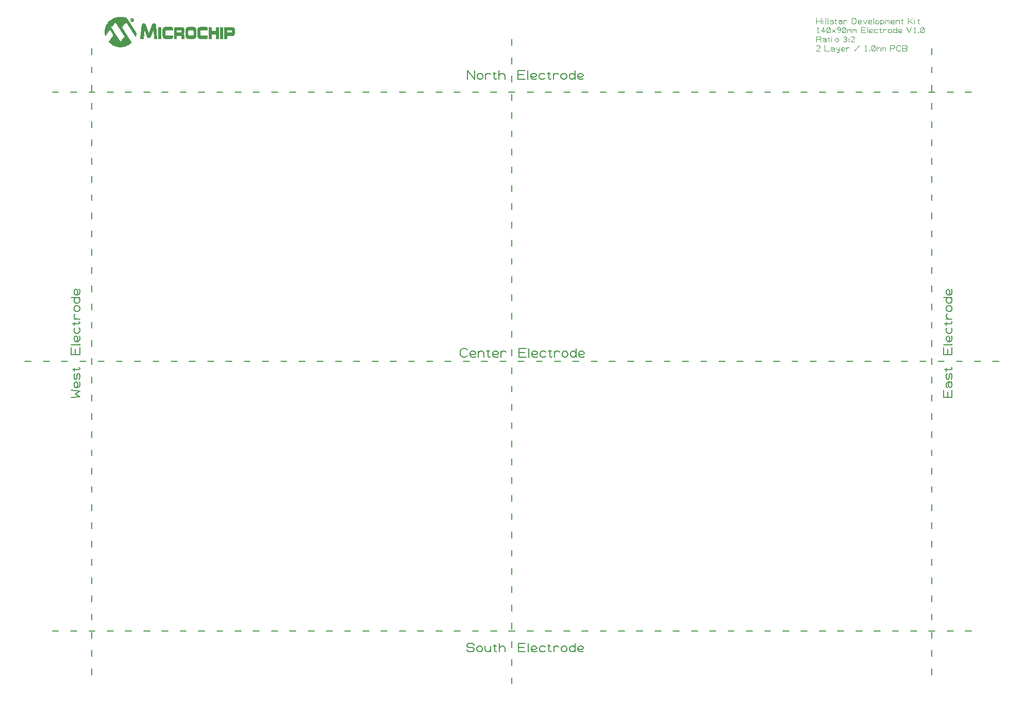
<source format=gbr>
G04 GENERATED BY PULSONIX 7.0 GERBER.DLL 4573*
%INHILLSTAR_140X90_EL_V1_0*%
%LNGERBER_SILKSCREEN_TOP*%
%FSLAX33Y33*%
%IPPOS*%
%LPD*%
%OFA0B0*%
%MOMM*%
%ADD15C,0.125*%
%ADD17C,0.200*%
%ADD1845C,0.010*%
X0Y0D02*
D02*
D15*
X181416Y182108D02*
X181416Y182990D01*
Y182549D02*
X182151Y182549D01*
Y182108D02*
X182151Y182990D01*
X182428Y182108D02*
X182428Y182696D01*
Y182916D02*
X182429Y182917D01*
X183039Y182108D02*
X182966Y182108D01*
Y182990*
X183352Y182108D02*
X183278Y182108D01*
Y182990*
X183591Y182181D02*
X183738Y182108D01*
X184032*
X184179Y182181*
Y182328*
X184032Y182402*
X183738*
X183591Y182475*
Y182622*
X183738Y182696*
X184032*
X184179Y182622*
X184441Y182696D02*
X184735Y182696D01*
X184588Y182843D02*
X184588Y182181D01*
X184661Y182108*
X184735*
X184808Y182181*
X185066Y182622D02*
X185213Y182696D01*
X185433*
X185580Y182622*
X185654Y182475*
Y182255*
X185580Y182181*
X185433Y182108*
X185286*
X185139Y182181*
X185066Y182255*
Y182328*
X185139Y182402*
X185286Y182475*
X185433*
X185580Y182402*
X185654Y182328*
Y182255D02*
X185654Y182108D01*
X185916D02*
X185916Y182696D01*
Y182475D02*
X185989Y182622D01*
X186136Y182696*
X186283*
X186430Y182622*
X187228Y182108D02*
X187228Y182990D01*
X187669*
X187816Y182916*
X187890Y182843*
X187963Y182696*
Y182402*
X187890Y182255*
X187816Y182181*
X187669Y182108*
X187228*
X188829Y182181D02*
X188755Y182108D01*
X188608*
X188461*
X188314Y182181*
X188241Y182328*
Y182549*
X188314Y182622*
X188461Y182696*
X188608*
X188755Y182622*
X188829Y182549*
Y182475*
X188755Y182402*
X188608Y182328*
X188461*
X188314Y182402*
X188241Y182475*
X189091Y182696D02*
X189385Y182108D01*
X189679Y182696*
X190529Y182181D02*
X190455Y182108D01*
X190308*
X190161*
X190014Y182181*
X189941Y182328*
Y182549*
X190014Y182622*
X190161Y182696*
X190308*
X190455Y182622*
X190529Y182549*
Y182475*
X190455Y182402*
X190308Y182328*
X190161*
X190014Y182402*
X189941Y182475*
X190864Y182108D02*
X190791Y182108D01*
Y182990*
X191103Y182328D02*
X191177Y182181D01*
X191324Y182108*
X191471*
X191618Y182181*
X191691Y182328*
Y182475*
X191618Y182622*
X191471Y182696*
X191324*
X191177Y182622*
X191103Y182475*
Y182328*
X191953Y182696D02*
X191953Y181887D01*
Y182328D02*
X192027Y182181D01*
X192174Y182108*
X192321*
X192468Y182181*
X192541Y182328*
Y182475*
X192468Y182622*
X192321Y182696*
X192174*
X192027Y182622*
X191953Y182475*
Y182328*
X192803Y182108D02*
X192803Y182696D01*
Y182622D02*
X192877Y182696D01*
X193024*
X193097Y182622*
Y182402*
Y182622D02*
X193171Y182696D01*
X193318*
X193391Y182622*
Y182108*
X194241Y182181D02*
X194168Y182108D01*
X194021*
X193874*
X193727Y182181*
X193653Y182328*
Y182549*
X193727Y182622*
X193874Y182696*
X194021*
X194168Y182622*
X194241Y182549*
Y182475*
X194168Y182402*
X194021Y182328*
X193874*
X193727Y182402*
X193653Y182475*
X194503Y182108D02*
X194503Y182696D01*
Y182475D02*
X194577Y182622D01*
X194724Y182696*
X194871*
X195018Y182622*
X195091Y182475*
Y182108*
X195353Y182696D02*
X195647Y182696D01*
X195500Y182843D02*
X195500Y182181D01*
X195574Y182108*
X195647*
X195721Y182181*
X196516Y182108D02*
X196516Y182990D01*
Y182549D02*
X196736Y182549D01*
X197251Y182990*
X196736Y182549D02*
X197251Y182108D01*
X197528D02*
X197528Y182696D01*
Y182916D02*
X197529Y182917D01*
X198066Y182696D02*
X198360Y182696D01*
X198213Y182843D02*
X198213Y182181D01*
X198286Y182108*
X198360*
X198433Y182181*
X181563Y180608D02*
X181857Y180608D01*
X181710D02*
X181710Y181490D01*
X181563Y181343*
X182633Y180608D02*
X182633Y181490D01*
X182266Y180902*
X182854*
X183189Y180681D02*
X183336Y180608D01*
X183483*
X183630Y180681*
X183704Y180828*
Y181269*
X183630Y181416*
X183483Y181490*
X183336*
X183189Y181416*
X183116Y181269*
Y180828*
X183189Y180681*
X183630Y181416*
X183966Y180608D02*
X184554Y181196D01*
Y180608D02*
X183966Y181196D01*
X185036Y180608D02*
X185183Y180681D01*
X185330Y180828*
X185404Y181049*
Y181269*
X185330Y181416*
X185183Y181490*
X185036*
X184889Y181416*
X184816Y181269*
X184889Y181122*
X185036Y181049*
X185183*
X185330Y181122*
X185404Y181269*
X185739Y180681D02*
X185886Y180608D01*
X186033*
X186180Y180681*
X186254Y180828*
Y181269*
X186180Y181416*
X186033Y181490*
X185886*
X185739Y181416*
X185666Y181269*
Y180828*
X185739Y180681*
X186180Y181416*
X186516Y180608D02*
X186516Y181196D01*
Y181122D02*
X186589Y181196D01*
X186736*
X186810Y181122*
Y180902*
Y181122D02*
X186883Y181196D01*
X187030*
X187104Y181122*
Y180608*
X187366D02*
X187366Y181196D01*
Y181122D02*
X187439Y181196D01*
X187586*
X187660Y181122*
Y180902*
Y181122D02*
X187733Y181196D01*
X187880*
X187954Y181122*
Y180608*
X188753D02*
X188753Y181490D01*
X189488*
X189341Y181049D02*
X188753Y181049D01*
Y180608D02*
X189488Y180608D01*
X189839D02*
X189766Y180608D01*
Y181490*
X190666Y180681D02*
X190593Y180608D01*
X190446*
X190299*
X190152Y180681*
X190078Y180828*
Y181049*
X190152Y181122*
X190299Y181196*
X190446*
X190593Y181122*
X190666Y181049*
Y180975*
X190593Y180902*
X190446Y180828*
X190299*
X190152Y180902*
X190078Y180975*
X191516Y181122D02*
X191369Y181196D01*
X191149*
X191002Y181122*
X190928Y180975*
Y180828*
X191002Y180681*
X191149Y180608*
X191369*
X191516Y180681*
X191778Y181196D02*
X192072Y181196D01*
X191925Y181343D02*
X191925Y180681D01*
X191999Y180608*
X192072*
X192146Y180681*
X192403Y180608D02*
X192403Y181196D01*
Y180975D02*
X192477Y181122D01*
X192624Y181196*
X192771*
X192918Y181122*
X193178Y180828D02*
X193252Y180681D01*
X193399Y180608*
X193546*
X193693Y180681*
X193766Y180828*
Y180975*
X193693Y181122*
X193546Y181196*
X193399*
X193252Y181122*
X193178Y180975*
Y180828*
X194616Y180975D02*
X194543Y181122D01*
X194396Y181196*
X194249*
X194102Y181122*
X194028Y180975*
Y180828*
X194102Y180681*
X194249Y180608*
X194396*
X194543Y180681*
X194616Y180828*
Y180608D02*
X194616Y181490D01*
X195466Y180681D02*
X195393Y180608D01*
X195246*
X195099*
X194952Y180681*
X194878Y180828*
Y181049*
X194952Y181122*
X195099Y181196*
X195246*
X195393Y181122*
X195466Y181049*
Y180975*
X195393Y180902*
X195246Y180828*
X195099*
X194952Y180902*
X194878Y180975*
X196266Y181490D02*
X196633Y180608D01*
X197001Y181490*
X197425Y180608D02*
X197719Y180608D01*
X197572D02*
X197572Y181490D01*
X197425Y181343*
X198202Y180608D02*
X198275Y180681D01*
X198202Y180755*
X198128Y180681*
X198202Y180608*
X198589Y180681D02*
X198736Y180608D01*
X198883*
X199030Y180681*
X199104Y180828*
Y181269*
X199030Y181416*
X198883Y181490*
X198736*
X198589Y181416*
X198516Y181269*
Y180828*
X198589Y180681*
X199030Y181416*
X181416Y179108D02*
X181416Y179990D01*
X181930*
X182077Y179916*
X182151Y179769*
X182077Y179622*
X181930Y179549*
X181416*
X181930D02*
X182151Y179108D01*
X182428Y179622D02*
X182575Y179696D01*
X182796*
X182943Y179622*
X183016Y179475*
Y179255*
X182943Y179181*
X182796Y179108*
X182649*
X182502Y179181*
X182428Y179255*
Y179328*
X182502Y179402*
X182649Y179475*
X182796*
X182943Y179402*
X183016Y179328*
Y179255D02*
X183016Y179108D01*
X183278Y179696D02*
X183572Y179696D01*
X183425Y179843D02*
X183425Y179181D01*
X183499Y179108*
X183572*
X183646Y179181*
X183903Y179108D02*
X183903Y179696D01*
Y179916D02*
X183904Y179917D01*
X184441Y179328D02*
X184514Y179181D01*
X184661Y179108*
X184808*
X184955Y179181*
X185029Y179328*
Y179475*
X184955Y179622*
X184808Y179696*
X184661*
X184514Y179622*
X184441Y179475*
Y179328*
X185902Y179181D02*
X186049Y179108D01*
X186196*
X186343Y179181*
X186416Y179328*
X186343Y179475*
X186196Y179549*
X186049*
X186196D02*
X186343Y179622D01*
X186416Y179769*
X186343Y179916*
X186196Y179990*
X186049*
X185902Y179916*
X186752Y179108D02*
X186825Y179181D01*
X186752Y179255*
X186678Y179181*
X186752Y179108*
Y179475D02*
X186825Y179549D01*
X186752Y179622*
X186678Y179549*
X186752Y179475*
X187654Y179108D02*
X187066Y179108D01*
X187580Y179622*
X187654Y179769*
X187580Y179916*
X187433Y179990*
X187213*
X187066Y179916*
X182004Y177608D02*
X181416Y177608D01*
X181930Y178122*
X182004Y178269*
X181930Y178416*
X181783Y178490*
X181563*
X181416Y178416*
X182803Y178490D02*
X182803Y177608D01*
X183538*
X183816Y178122D02*
X183963Y178196D01*
X184183*
X184330Y178122*
X184404Y177975*
Y177755*
X184330Y177681*
X184183Y177608*
X184036*
X183889Y177681*
X183816Y177755*
Y177828*
X183889Y177902*
X184036Y177975*
X184183*
X184330Y177902*
X184404Y177828*
Y177755D02*
X184404Y177608D01*
X184666Y178196D02*
X184739Y177902D01*
X184886Y177755*
X185033*
X185180Y177902*
X185254Y178196*
X185180Y177902D02*
X185107Y177608D01*
X185033Y177461*
X184886Y177387*
X184739Y177461*
X186104Y177681D02*
X186030Y177608D01*
X185883*
X185736*
X185589Y177681*
X185516Y177828*
Y178049*
X185589Y178122*
X185736Y178196*
X185883*
X186030Y178122*
X186104Y178049*
Y177975*
X186030Y177902*
X185883Y177828*
X185736*
X185589Y177902*
X185516Y177975*
X186366Y177608D02*
X186366Y178196D01*
Y177975D02*
X186439Y178122D01*
X186586Y178196*
X186733*
X186880Y178122*
X187678Y177608D02*
X188413Y178490D01*
X189375Y177608D02*
X189669Y177608D01*
X189522D02*
X189522Y178490D01*
X189375Y178343*
X190152Y177608D02*
X190225Y177681D01*
X190152Y177755*
X190078Y177681*
X190152Y177608*
X190539Y177681D02*
X190686Y177608D01*
X190833*
X190980Y177681*
X191054Y177828*
Y178269*
X190980Y178416*
X190833Y178490*
X190686*
X190539Y178416*
X190466Y178269*
Y177828*
X190539Y177681*
X190980Y178416*
X191316Y177608D02*
X191316Y178196D01*
Y178122D02*
X191389Y178196D01*
X191536*
X191610Y178122*
Y177902*
Y178122D02*
X191683Y178196D01*
X191830*
X191904Y178122*
Y177608*
X192166D02*
X192166Y178196D01*
Y178122D02*
X192239Y178196D01*
X192386*
X192460Y178122*
Y177902*
Y178122D02*
X192533Y178196D01*
X192680*
X192754Y178122*
Y177608*
X193553D02*
X193553Y178490D01*
X194068*
X194215Y178416*
X194288Y178269*
X194215Y178122*
X194068Y178049*
X193553*
X195301Y177755D02*
X195227Y177681D01*
X195080Y177608*
X194860*
X194713Y177681*
X194639Y177755*
X194566Y177902*
Y178196*
X194639Y178343*
X194713Y178416*
X194860Y178490*
X195080*
X195227Y178416*
X195301Y178343*
X196093Y178049D02*
X196240Y177975D01*
X196313Y177828*
X196240Y177681*
X196093Y177608*
X195578*
Y178490*
X196093*
X196240Y178416*
X196313Y178269*
X196240Y178122*
X196093Y178049*
X195578*
D02*
D17*
X51416Y126512D02*
X52416D01*
X54416D02*
X55416D01*
X57416D02*
X58416D01*
X60416D02*
X61416D01*
X63416D02*
X64416D01*
X66416D02*
X67416D01*
X69416D02*
X70416D01*
X72416D02*
X73416D01*
X75416D02*
X76416D01*
X78416D02*
X79416D01*
X81416D02*
X82416D01*
X84416D02*
X85416D01*
X87416D02*
X88416D01*
X90416D02*
X91416D01*
X93416D02*
X94416D01*
X96416D02*
X97416D01*
X99416D02*
X100416D01*
X102416D02*
X103416D01*
X105416D02*
X106416D01*
X108416D02*
X109416D01*
X111416D02*
X112416D01*
X114416D02*
X115416D01*
X117416D02*
X118416D01*
X120416D02*
X121416D01*
X123416D02*
X124416D01*
X126416D02*
X127416D01*
X129416D02*
X130416D01*
X132416D02*
X133416D01*
X135416D02*
X136416D01*
X138416D02*
X139416D01*
X141416D02*
X142416D01*
X144416D02*
X145416D01*
X147416D02*
X148416D01*
X150416D02*
X151416D01*
X153416D02*
X154416D01*
X156416D02*
X157416D01*
X159416D02*
X160416D01*
X162416D02*
X163416D01*
X165416D02*
X166416D01*
X168416D02*
X169416D01*
X171416D02*
X172416D01*
X174416D02*
X175416D01*
X177416D02*
X178416D01*
X180416D02*
X181416D01*
X183416D02*
X184416D01*
X186416D02*
X187416D01*
X189416D02*
X190416D01*
X192416D02*
X193416D01*
X195416D02*
X196416D01*
X198416D02*
X199416D01*
X201416D02*
X202416D01*
X204416D02*
X205416D01*
X207416D02*
X208416D01*
X210416D02*
X211416D01*
X55916Y82177D02*
X56916D01*
X58916D02*
X59916D01*
X61916D02*
X62916D01*
X64916D02*
X65916D01*
X67916D02*
X68916D01*
X70916D02*
X71916D01*
X73916D02*
X74916D01*
X76916D02*
X77916D01*
X79916D02*
X80916D01*
X82916D02*
X83916D01*
X85916D02*
X86916D01*
X88916D02*
X89916D01*
X91916D02*
X92916D01*
X94916D02*
X95916D01*
X97916D02*
X98916D01*
X100916D02*
X101916D01*
X103916D02*
X104916D01*
X106916D02*
X107916D01*
X109916D02*
X110916D01*
X112916D02*
X113916D01*
X115916D02*
X116916D01*
X118916D02*
X119916D01*
X121916D02*
X122916D01*
X124916D02*
X125916D01*
X127916D02*
X128916D01*
X130916D02*
X131916D01*
X133916D02*
X134916D01*
X136916D02*
X137916D01*
X139916D02*
X140916D01*
X142916D02*
X143916D01*
X145916D02*
X146916D01*
X148916D02*
X149916D01*
X151916D02*
X152916D01*
X154916D02*
X155916D01*
X157916D02*
X158916D01*
X160916D02*
X161916D01*
X163916D02*
X164916D01*
X166916D02*
X167916D01*
X169916D02*
X170916D01*
X172916D02*
X173916D01*
X175916D02*
X176916D01*
X178916D02*
X179916D01*
X181916D02*
X182916D01*
X184916D02*
X185916D01*
X187916D02*
X188916D01*
X190916D02*
X191916D01*
X193916D02*
X194916D01*
X196916D02*
X197916D01*
X199916D02*
X200916D01*
X202916D02*
X203916D01*
X205916D02*
X206916D01*
X55916Y170847D02*
X56916D01*
X58916D02*
X59916D01*
X61916D02*
X62916D01*
X64916D02*
X65916D01*
X67916D02*
X68916D01*
X70916D02*
X71916D01*
X73916D02*
X74916D01*
X76916D02*
X77916D01*
X79916D02*
X80916D01*
X82916D02*
X83916D01*
X85916D02*
X86916D01*
X88916D02*
X89916D01*
X91916D02*
X92916D01*
X94916D02*
X95916D01*
X97916D02*
X98916D01*
X100916D02*
X101916D01*
X103916D02*
X104916D01*
X106916D02*
X107916D01*
X109916D02*
X110916D01*
X112916D02*
X113916D01*
X115916D02*
X116916D01*
X118916D02*
X119916D01*
X121916D02*
X122916D01*
X124916D02*
X125916D01*
X127916D02*
X128916D01*
X130916D02*
X131916D01*
X133916D02*
X134916D01*
X136916D02*
X137916D01*
X139916D02*
X140916D01*
X142916D02*
X143916D01*
X145916D02*
X146916D01*
X148916D02*
X149916D01*
X151916D02*
X152916D01*
X154916D02*
X155916D01*
X157916D02*
X158916D01*
X160916D02*
X161916D01*
X163916D02*
X164916D01*
X166916D02*
X167916D01*
X169916D02*
X170916D01*
X172916D02*
X173916D01*
X175916D02*
X176916D01*
X178916D02*
X179916D01*
X181916D02*
X182916D01*
X184916D02*
X185916D01*
X187916D02*
X188916D01*
X190916D02*
X191916D01*
X193916D02*
X194916D01*
X196916D02*
X197916D01*
X199916D02*
X200916D01*
X202916D02*
X203916D01*
X205916D02*
X206916D01*
X59001Y120602D02*
X60413Y120720D01*
X59707Y121190*
X60413Y121661*
X59001Y121778*
X60295Y123163D02*
X60413Y123046D01*
Y122810*
Y122575*
X60295Y122340*
X60060Y122222*
X59707*
X59589Y122340*
X59472Y122575*
Y122810*
X59589Y123046*
X59707Y123163*
X59824*
X59942Y123046*
X60060Y122810*
Y122575*
X59942Y122340*
X59824Y122222*
X60295Y123582D02*
X60413Y123817D01*
Y124288*
X60295Y124523*
X60060*
X59942Y124288*
Y123817*
X59824Y123582*
X59589*
X59472Y123817*
Y124288*
X59589Y124523*
X59472Y124942D02*
X59472Y125413D01*
X59236Y125177D02*
X60295Y125177D01*
X60413Y125295*
Y125413*
X60295Y125530*
X60413Y127662D02*
X59001Y127662D01*
Y128838*
X59707Y128603D02*
X59707Y127662D01*
X60413D02*
X60413Y128838D01*
Y129400D02*
X60413Y129282D01*
X59001*
X60295Y130723D02*
X60413Y130606D01*
Y130370*
Y130135*
X60295Y129900*
X60060Y129782*
X59707*
X59589Y129900*
X59472Y130135*
Y130370*
X59589Y130606*
X59707Y130723*
X59824*
X59942Y130606*
X60060Y130370*
Y130135*
X59942Y129900*
X59824Y129782*
X59589Y132083D02*
X59472Y131848D01*
Y131495*
X59589Y131260*
X59824Y131142*
X60060*
X60295Y131260*
X60413Y131495*
Y131848*
X60295Y132083*
X59472Y132502D02*
X59472Y132973D01*
X59236Y132737D02*
X60295Y132737D01*
X60413Y132855*
Y132973*
X60295Y133090*
X60413Y133502D02*
X59472Y133502D01*
X59824D02*
X59589Y133620D01*
X59472Y133855*
Y134090*
X59589Y134326*
X60060Y134742D02*
X60295Y134860D01*
X60413Y135095*
Y135330*
X60295Y135566*
X60060Y135683*
X59824*
X59589Y135566*
X59472Y135330*
Y135095*
X59589Y134860*
X59824Y134742*
X60060*
X59824Y137043D02*
X59589Y136926D01*
X59472Y136690*
Y136455*
X59589Y136220*
X59824Y136102*
X60060*
X60295Y136220*
X60413Y136455*
Y136690*
X60295Y136926*
X60060Y137043*
X60413D02*
X59001Y137043D01*
X60295Y138403D02*
X60413Y138286D01*
Y138050*
Y137815*
X60295Y137580*
X60060Y137462*
X59707*
X59589Y137580*
X59472Y137815*
Y138050*
X59589Y138286*
X59707Y138403*
X59824*
X59942Y138286*
X60060Y138050*
Y137815*
X59942Y137580*
X59824Y137462*
X62416Y75012D02*
Y76012D01*
Y78012D02*
Y79012D01*
Y81012D02*
Y82012D01*
Y84012D02*
Y85012D01*
Y87012D02*
Y88012D01*
Y90012D02*
Y91012D01*
Y93012D02*
Y94012D01*
Y96012D02*
Y97012D01*
Y99012D02*
Y100012D01*
Y102012D02*
Y103012D01*
Y105012D02*
Y106012D01*
Y108012D02*
Y109012D01*
Y111012D02*
Y112012D01*
Y114012D02*
Y115012D01*
Y117012D02*
Y118012D01*
Y120012D02*
Y121012D01*
Y123012D02*
Y124012D01*
Y126012D02*
Y127012D01*
Y129012D02*
Y130012D01*
Y132012D02*
Y133012D01*
Y135012D02*
Y136012D01*
Y138012D02*
Y139012D01*
Y141012D02*
Y142012D01*
Y144012D02*
Y145012D01*
Y147012D02*
Y148012D01*
Y150012D02*
Y151012D01*
Y153012D02*
Y154012D01*
Y156012D02*
Y157012D01*
Y159012D02*
Y160012D01*
Y162012D02*
Y163012D01*
Y165012D02*
Y166012D01*
Y168012D02*
Y169012D01*
Y171012D02*
Y172012D01*
Y174012D02*
Y175012D01*
Y177012D02*
Y178012D01*
X131416Y73512D02*
Y74512D01*
Y76512D02*
Y77512D01*
Y79512D02*
Y80512D01*
Y82512D02*
Y83512D01*
Y85512D02*
Y86512D01*
Y88512D02*
Y89512D01*
Y91512D02*
Y92512D01*
Y94512D02*
Y95512D01*
Y97512D02*
Y98512D01*
Y100512D02*
Y101512D01*
Y103512D02*
Y104512D01*
Y106512D02*
Y107512D01*
Y109512D02*
Y110512D01*
Y112512D02*
Y113512D01*
Y115512D02*
Y116512D01*
Y118512D02*
Y119512D01*
Y121512D02*
Y122512D01*
Y124512D02*
Y125512D01*
Y127512D02*
Y128512D01*
Y130512D02*
Y131512D01*
Y133512D02*
Y134512D01*
Y136512D02*
Y137512D01*
Y139512D02*
Y140512D01*
Y142512D02*
Y143512D01*
Y145512D02*
Y146512D01*
Y148512D02*
Y149512D01*
Y151512D02*
Y152512D01*
Y154512D02*
Y155512D01*
Y157512D02*
Y158512D01*
Y160512D02*
Y161512D01*
Y163512D02*
Y164512D01*
Y166512D02*
Y167512D01*
Y169512D02*
Y170512D01*
Y172512D02*
Y173512D01*
Y175512D02*
Y176512D01*
Y178512D02*
Y179512D01*
X124082Y127500D02*
X123964Y127383D01*
X123729Y127265*
X123376*
X123141Y127383*
X123023Y127500*
X122906Y127736*
Y128206*
X123023Y128441*
X123141Y128559*
X123376Y128677*
X123729*
X123964Y128559*
X124082Y128441*
X125467Y127383D02*
X125349Y127265D01*
X125114*
X124879*
X124643Y127383*
X124526Y127618*
Y127971*
X124643Y128088*
X124879Y128206*
X125114*
X125349Y128088*
X125467Y127971*
Y127853*
X125349Y127736*
X125114Y127618*
X124879*
X124643Y127736*
X124526Y127853*
X125886Y127265D02*
X125886Y128206D01*
Y127853D02*
X126003Y128088D01*
X126239Y128206*
X126474*
X126709Y128088*
X126827Y127853*
Y127265*
X127246Y128206D02*
X127716Y128206D01*
X127481Y128441D02*
X127481Y127383D01*
X127599Y127265*
X127716*
X127834Y127383*
X129187D02*
X129069Y127265D01*
X128834*
X128599*
X128363Y127383*
X128246Y127618*
Y127971*
X128363Y128088*
X128599Y128206*
X128834*
X129069Y128088*
X129187Y127971*
Y127853*
X129069Y127736*
X128834Y127618*
X128599*
X128363Y127736*
X128246Y127853*
X129606Y127265D02*
X129606Y128206D01*
Y127853D02*
X129723Y128088D01*
X129959Y128206*
X130194*
X130429Y128088*
X132566Y127265D02*
X132566Y128677D01*
X133742*
X133507Y127971D02*
X132566Y127971D01*
Y127265D02*
X133742Y127265D01*
X134303D02*
X134186Y127265D01*
Y128677*
X135627Y127383D02*
X135509Y127265D01*
X135274*
X135039*
X134803Y127383*
X134686Y127618*
Y127971*
X134803Y128088*
X135039Y128206*
X135274*
X135509Y128088*
X135627Y127971*
Y127853*
X135509Y127736*
X135274Y127618*
X135039*
X134803Y127736*
X134686Y127853*
X136987Y128088D02*
X136752Y128206D01*
X136399*
X136163Y128088*
X136046Y127853*
Y127618*
X136163Y127383*
X136399Y127265*
X136752*
X136987Y127383*
X137406Y128206D02*
X137876Y128206D01*
X137641Y128441D02*
X137641Y127383D01*
X137759Y127265*
X137876*
X137994Y127383*
X138406Y127265D02*
X138406Y128206D01*
Y127853D02*
X138523Y128088D01*
X138759Y128206*
X138994*
X139229Y128088*
X139646Y127618D02*
X139763Y127383D01*
X139999Y127265*
X140234*
X140469Y127383*
X140587Y127618*
Y127853*
X140469Y128088*
X140234Y128206*
X139999*
X139763Y128088*
X139646Y127853*
Y127618*
X141947Y127853D02*
X141829Y128088D01*
X141594Y128206*
X141359*
X141123Y128088*
X141006Y127853*
Y127618*
X141123Y127383*
X141359Y127265*
X141594*
X141829Y127383*
X141947Y127618*
Y127265D02*
X141947Y128677D01*
X143307Y127383D02*
X143189Y127265D01*
X142954*
X142719*
X142483Y127383*
X142366Y127618*
Y127971*
X142483Y128088*
X142719Y128206*
X142954*
X143189Y128088*
X143307Y127971*
Y127853*
X143189Y127736*
X142954Y127618*
X142719*
X142483Y127736*
X142366Y127853*
X124026Y79118D02*
X124143Y78883D01*
X124379Y78765*
X124849*
X125084Y78883*
X125202Y79118*
X125084Y79353*
X124849Y79471*
X124379*
X124143Y79588*
X124026Y79824*
X124143Y80059*
X124379Y80177*
X124849*
X125084Y80059*
X125202Y79824*
X125646Y79118D02*
X125763Y78883D01*
X125999Y78765*
X126234*
X126469Y78883*
X126587Y79118*
Y79353*
X126469Y79588*
X126234Y79706*
X125999*
X125763Y79588*
X125646Y79353*
Y79118*
X127006Y79706D02*
X127006Y79118D01*
X127123Y78883*
X127359Y78765*
X127594*
X127829Y78883*
X127947Y79118*
Y79706D02*
X127947Y78765D01*
X128366Y79706D02*
X128836Y79706D01*
X128601Y79941D02*
X128601Y78883D01*
X128719Y78765*
X128836*
X128954Y78883*
X129366Y78765D02*
X129366Y80177D01*
Y79353D02*
X129483Y79588D01*
X129719Y79706*
X129954*
X130189Y79588*
X130307Y79353*
Y78765*
X132446D02*
X132446Y80177D01*
X133622*
X133387Y79471D02*
X132446Y79471D01*
Y78765D02*
X133622Y78765D01*
X134183D02*
X134066Y78765D01*
Y80177*
X135507Y78883D02*
X135389Y78765D01*
X135154*
X134919*
X134683Y78883*
X134566Y79118*
Y79471*
X134683Y79588*
X134919Y79706*
X135154*
X135389Y79588*
X135507Y79471*
Y79353*
X135389Y79236*
X135154Y79118*
X134919*
X134683Y79236*
X134566Y79353*
X136867Y79588D02*
X136632Y79706D01*
X136279*
X136043Y79588*
X135926Y79353*
Y79118*
X136043Y78883*
X136279Y78765*
X136632*
X136867Y78883*
X137286Y79706D02*
X137756Y79706D01*
X137521Y79941D02*
X137521Y78883D01*
X137639Y78765*
X137756*
X137874Y78883*
X138286Y78765D02*
X138286Y79706D01*
Y79353D02*
X138403Y79588D01*
X138639Y79706*
X138874*
X139109Y79588*
X139526Y79118D02*
X139643Y78883D01*
X139879Y78765*
X140114*
X140349Y78883*
X140467Y79118*
Y79353*
X140349Y79588*
X140114Y79706*
X139879*
X139643Y79588*
X139526Y79353*
Y79118*
X141827Y79353D02*
X141709Y79588D01*
X141474Y79706*
X141239*
X141003Y79588*
X140886Y79353*
Y79118*
X141003Y78883*
X141239Y78765*
X141474*
X141709Y78883*
X141827Y79118*
Y78765D02*
X141827Y80177D01*
X143187Y78883D02*
X143069Y78765D01*
X142834*
X142599*
X142363Y78883*
X142246Y79118*
Y79471*
X142363Y79588*
X142599Y79706*
X142834*
X143069Y79588*
X143187Y79471*
Y79353*
X143069Y79236*
X142834Y79118*
X142599*
X142363Y79236*
X142246Y79353*
X124086Y172965D02*
X124086Y174377D01*
X125262Y172965*
Y174377*
X125706Y173318D02*
X125823Y173083D01*
X126059Y172965*
X126294*
X126529Y173083*
X126647Y173318*
Y173553*
X126529Y173788*
X126294Y173906*
X126059*
X125823Y173788*
X125706Y173553*
Y173318*
X127066Y172965D02*
X127066Y173906D01*
Y173553D02*
X127183Y173788D01*
X127419Y173906*
X127654*
X127889Y173788*
X128306Y173906D02*
X128776Y173906D01*
X128541Y174141D02*
X128541Y173083D01*
X128659Y172965*
X128776*
X128894Y173083*
X129306Y172965D02*
X129306Y174377D01*
Y173553D02*
X129423Y173788D01*
X129659Y173906*
X129894*
X130129Y173788*
X130247Y173553*
Y172965*
X132386D02*
X132386Y174377D01*
X133562*
X133327Y173671D02*
X132386Y173671D01*
Y172965D02*
X133562Y172965D01*
X134123D02*
X134006Y172965D01*
Y174377*
X135447Y173083D02*
X135329Y172965D01*
X135094*
X134859*
X134623Y173083*
X134506Y173318*
Y173671*
X134623Y173788*
X134859Y173906*
X135094*
X135329Y173788*
X135447Y173671*
Y173553*
X135329Y173436*
X135094Y173318*
X134859*
X134623Y173436*
X134506Y173553*
X136807Y173788D02*
X136572Y173906D01*
X136219*
X135983Y173788*
X135866Y173553*
Y173318*
X135983Y173083*
X136219Y172965*
X136572*
X136807Y173083*
X137226Y173906D02*
X137696Y173906D01*
X137461Y174141D02*
X137461Y173083D01*
X137579Y172965*
X137696*
X137814Y173083*
X138226Y172965D02*
X138226Y173906D01*
Y173553D02*
X138343Y173788D01*
X138579Y173906*
X138814*
X139049Y173788*
X139466Y173318D02*
X139583Y173083D01*
X139819Y172965*
X140054*
X140289Y173083*
X140407Y173318*
Y173553*
X140289Y173788*
X140054Y173906*
X139819*
X139583Y173788*
X139466Y173553*
Y173318*
X141767Y173553D02*
X141649Y173788D01*
X141414Y173906*
X141179*
X140943Y173788*
X140826Y173553*
Y173318*
X140943Y173083*
X141179Y172965*
X141414*
X141649Y173083*
X141767Y173318*
Y172965D02*
X141767Y174377D01*
X143127Y173083D02*
X143009Y172965D01*
X142774*
X142539*
X142303Y173083*
X142186Y173318*
Y173671*
X142303Y173788*
X142539Y173906*
X142774*
X143009Y173788*
X143127Y173671*
Y173553*
X143009Y173436*
X142774Y173318*
X142539*
X142303Y173436*
X142186Y173553*
X200416Y75012D02*
Y76012D01*
Y78012D02*
Y79012D01*
Y81012D02*
Y82012D01*
Y84012D02*
Y85012D01*
Y87012D02*
Y88012D01*
Y90012D02*
Y91012D01*
Y93012D02*
Y94012D01*
Y96012D02*
Y97012D01*
Y99012D02*
Y100012D01*
Y102012D02*
Y103012D01*
Y105012D02*
Y106012D01*
Y108012D02*
Y109012D01*
Y111012D02*
Y112012D01*
Y114012D02*
Y115012D01*
Y117012D02*
Y118012D01*
Y120012D02*
Y121012D01*
Y123012D02*
Y124012D01*
Y126012D02*
Y127012D01*
Y129012D02*
Y130012D01*
Y132012D02*
Y133012D01*
Y135012D02*
Y136012D01*
Y138012D02*
Y139012D01*
Y141012D02*
Y142012D01*
Y144012D02*
Y145012D01*
Y147012D02*
Y148012D01*
Y150012D02*
Y151012D01*
Y153012D02*
Y154012D01*
Y156012D02*
Y157012D01*
Y159012D02*
Y160012D01*
Y162012D02*
Y163012D01*
Y165012D02*
Y166012D01*
Y168012D02*
Y169012D01*
Y171012D02*
Y172012D01*
Y174012D02*
Y175012D01*
Y177012D02*
Y178012D01*
X203713Y120602D02*
X202301Y120602D01*
Y121778*
X203007Y121543D02*
X203007Y120602D01*
X203713D02*
X203713Y121778D01*
X202889Y122222D02*
X202772Y122457D01*
Y122810*
X202889Y123046*
X203124Y123163*
X203477*
X203595Y123046*
X203713Y122810*
Y122575*
X203595Y122340*
X203477Y122222*
X203360*
X203242Y122340*
X203124Y122575*
Y122810*
X203242Y123046*
X203360Y123163*
X203477D02*
X203713Y123163D01*
X203595Y123582D02*
X203713Y123817D01*
Y124288*
X203595Y124523*
X203360*
X203242Y124288*
Y123817*
X203124Y123582*
X202889*
X202772Y123817*
Y124288*
X202889Y124523*
X202772Y124942D02*
X202772Y125413D01*
X202536Y125177D02*
X203595Y125177D01*
X203713Y125295*
Y125413*
X203595Y125530*
X203713Y127662D02*
X202301Y127662D01*
Y128838*
X203007Y128603D02*
X203007Y127662D01*
X203713D02*
X203713Y128838D01*
Y129400D02*
X203713Y129282D01*
X202301*
X203595Y130723D02*
X203713Y130606D01*
Y130370*
Y130135*
X203595Y129900*
X203360Y129782*
X203007*
X202889Y129900*
X202772Y130135*
Y130370*
X202889Y130606*
X203007Y130723*
X203124*
X203242Y130606*
X203360Y130370*
Y130135*
X203242Y129900*
X203124Y129782*
X202889Y132083D02*
X202772Y131848D01*
Y131495*
X202889Y131260*
X203124Y131142*
X203360*
X203595Y131260*
X203713Y131495*
Y131848*
X203595Y132083*
X202772Y132502D02*
X202772Y132973D01*
X202536Y132737D02*
X203595Y132737D01*
X203713Y132855*
Y132973*
X203595Y133090*
X203713Y133502D02*
X202772Y133502D01*
X203124D02*
X202889Y133620D01*
X202772Y133855*
Y134090*
X202889Y134326*
X203360Y134742D02*
X203595Y134860D01*
X203713Y135095*
Y135330*
X203595Y135566*
X203360Y135683*
X203124*
X202889Y135566*
X202772Y135330*
Y135095*
X202889Y134860*
X203124Y134742*
X203360*
X203124Y137043D02*
X202889Y136926D01*
X202772Y136690*
Y136455*
X202889Y136220*
X203124Y136102*
X203360*
X203595Y136220*
X203713Y136455*
Y136690*
X203595Y136926*
X203360Y137043*
X203713D02*
X202301Y137043D01*
X203595Y138403D02*
X203713Y138286D01*
Y138050*
Y137815*
X203595Y137580*
X203360Y137462*
X203007*
X202889Y137580*
X202772Y137815*
Y138050*
X202889Y138286*
X203007Y138403*
X203124*
X203242Y138286*
X203360Y138050*
Y137815*
X203242Y137580*
X203124Y137462*
D02*
D1845*
X69005Y182955D02*
G75*
G03Y182389J-283D01*
G01*
G75*
G03Y182955J283*
G01*
X69004Y182908D02*
G75*
G03Y182436J-236D01*
G01*
G75*
G03Y182908J236*
G01*
X68722Y182672D02*
G36*
G75*
G03X69005Y182389I283D01*
G01*
G75*
G03X69288Y182672J283*
G01*
X69240*
G75*
G02X69004Y182436I-236*
G01*
G75*
G02X68768Y182672J236*
G01*
X68722*
G37*
X68768D02*
G36*
G75*
G02X69004Y182908I236D01*
G01*
G75*
G02X69240Y182672J-236*
G01*
X69288*
G75*
G03X69005Y182955I-283*
G01*
G75*
G03X68722Y182672J-283*
G01*
X68768*
G37*
X69136Y182517D02*
X69046Y182657D01*
X69086Y182667*
X69111Y182682*
X69126Y182712*
X69131Y182747*
X69126Y182782*
X69106Y182812*
X69071Y182827*
X69021Y182832*
X68896*
Y182517*
X68941*
Y182652*
X69001*
X69081Y182517*
X69136*
X69076Y182747D02*
X69071Y182727D01*
X69056Y182712*
X69036Y182697*
X69001Y182692*
X68941*
Y182797*
X69011*
X69041Y182792*
X69061Y182782*
X69076Y182767*
Y182747*
X68896Y182745D02*
G36*
Y182517D01*
X68941*
Y182652*
X69001*
X69081Y182517*
X69136*
X69046Y182657*
X69086Y182667*
X69111Y182682*
X69126Y182712*
X69131Y182745*
X69076*
X69071Y182727*
X69056Y182712*
X69036Y182697*
X69001Y182692*
X68941*
Y182745*
X68896*
G37*
X68941D02*
G36*
Y182797D01*
X69011*
X69041Y182792*
X69061Y182782*
X69076Y182767*
Y182747*
X69076Y182745*
X69131*
X69131Y182747*
X69126Y182782*
X69106Y182812*
X69071Y182827*
X69021Y182832*
X68896*
Y182745*
X68941*
G37*
X69686Y180562D02*
X69676Y180472D01*
X69666Y180392*
X69651Y180327*
X69641Y180277*
X69626Y180227*
X69606Y180162*
X69581Y180082*
X69551Y179987*
X68216Y182087*
X68186Y182127*
X68156Y182162*
X68126Y182192*
X68096Y182217*
X68036Y182247*
X68001Y182252*
X67971Y182257*
X67911Y182242*
X67856Y182212*
X67801Y182167*
X67746Y182097*
X67306Y181477*
X68871Y178997*
X68671Y178837*
X68566Y178762*
X68356Y178632*
X68246Y178577*
X68136Y178527*
X67906Y178437*
X67786Y178402*
X67666Y178372*
X67546Y178352*
X67421Y178332*
X67296Y178317*
X67036Y178307*
X66901Y178312*
X66771Y178317*
X66641Y178337*
X66516Y178357*
X66391Y178382*
X66271Y178417*
X66151Y178457*
X66031Y178507*
X65916Y178557*
X65806Y178617*
X65696Y178682*
X65586Y178752*
X65481Y178832*
X65376Y178917*
X65276Y179007*
X65176Y179102*
X65856Y180037*
X65876Y180077*
X65891Y180117*
X65901Y180207*
X65891Y180237*
X65876Y180277*
X65851Y180322*
X65821Y180377*
X65321Y181162*
X64586Y180127*
X64546Y180287*
X64516Y180452*
X64501Y180627*
X64496Y180802*
X64506Y181042*
X64521Y181157*
X64541Y181272*
X64566Y181382*
X64596Y181492*
X64636Y181602*
X64676Y181707*
X64726Y181807*
X64776Y181912*
X64836Y182007*
X64901Y182107*
X64971Y182202*
X65046Y182292*
X65216Y182472*
X65316Y182562*
X65416Y182647*
X65516Y182722*
X65621Y182797*
X65731Y182862*
X65846Y182922*
X65956Y182977*
X66076Y183027*
X66196Y183072*
X66321Y183107*
X66446Y183137*
X66576Y183167*
X66706Y183187*
X66841Y183202*
X67121Y183212*
X67241Y183207*
X67366Y183197*
X67491Y183177*
X67621Y183152*
X67751Y183117*
X67886Y183077*
X68021Y183027*
X68156Y182972*
X69686Y180562*
X67782Y180011D02*
X66462Y182096D01*
X66437Y182136*
X66407Y182171*
X66382Y182201*
X66322Y182241*
X66287Y182256*
X66257Y182261*
X66222Y182266*
X66167Y182256*
X66107Y182226*
X66052Y182176*
X65992Y182106*
X65552Y181486*
X66882Y179401*
X66912Y179356*
X66942Y179316*
X66967Y179281*
X66992Y179256*
X67017Y179236*
X67042Y179221*
X67067Y179211*
X67087Y179206*
X67157Y179216*
X67217Y179241*
X67272Y179286*
X67322Y179346*
X67782Y180011*
X65593Y180736D02*
G36*
X65821Y180377D01*
X65851Y180322*
X65876Y180277*
X65891Y180237*
X65901Y180207*
X65891Y180117*
X65876Y180077*
X65856Y180037*
X65176Y179102*
X65276Y179007*
X65376Y178917*
X65481Y178832*
X65586Y178752*
X65696Y178682*
X65806Y178617*
X65916Y178557*
X66031Y178507*
X66151Y178457*
X66271Y178417*
X66391Y178382*
X66516Y178357*
X66641Y178337*
X66771Y178317*
X66901Y178312*
X67036Y178307*
X67296Y178317*
X67421Y178332*
X67546Y178352*
X67666Y178372*
X67786Y178402*
X67906Y178437*
X68136Y178527*
X68246Y178577*
X68356Y178632*
X68566Y178762*
X68671Y178837*
X68871Y178997*
X67774Y180736*
X67323*
X67782Y180011*
X67322Y179346*
X67272Y179286*
X67217Y179241*
X67157Y179216*
X67087Y179206*
X67067Y179211*
X67042Y179221*
X67017Y179236*
X66992Y179256*
X66967Y179281*
X66942Y179316*
X66912Y179356*
X66882Y179401*
X66031Y180736*
X65593*
G37*
X66031D02*
G36*
X65552Y181486D01*
X65992Y182106*
X66052Y182176*
X66107Y182226*
X66167Y182256*
X66222Y182266*
X66257Y182261*
X66287Y182256*
X66322Y182241*
X66382Y182201*
X66407Y182171*
X66437Y182136*
X66462Y182096*
X67323Y180736*
X67774*
X67306Y181477*
X67746Y182097*
X67801Y182167*
X67856Y182212*
X67911Y182242*
X67971Y182257*
X68001Y182252*
X68036Y182247*
X68096Y182217*
X68126Y182192*
X68156Y182162*
X68186Y182127*
X68216Y182087*
X69551Y179987*
X69581Y180082*
X69606Y180162*
X69626Y180227*
X69641Y180277*
X69651Y180327*
X69666Y180392*
X69676Y180472*
X69686Y180562*
X68156Y182972*
X68021Y183027*
X67886Y183077*
X67751Y183117*
X67621Y183152*
X67491Y183177*
X67366Y183197*
X67241Y183207*
X67121Y183212*
X66841Y183202*
X66706Y183187*
X66576Y183167*
X66446Y183137*
X66321Y183107*
X66196Y183072*
X66076Y183027*
X65956Y182977*
X65846Y182922*
X65731Y182862*
X65621Y182797*
X65516Y182722*
X65416Y182647*
X65316Y182562*
X65216Y182472*
X65046Y182292*
X64971Y182202*
X64901Y182107*
X64836Y182007*
X64776Y181912*
X64726Y181807*
X64676Y181707*
X64636Y181602*
X64596Y181492*
X64566Y181382*
X64541Y181272*
X64521Y181157*
X64506Y181042*
X64496Y180802*
X64501Y180627*
X64516Y180452*
X64546Y180287*
X64586Y180127*
X65321Y181162*
X65593Y180736*
X66031*
G37*
X73091Y179672D02*
X72636D01*
X72506Y181242*
X72501*
X72021Y179987*
X71996Y179937*
X71971Y179897*
X71941Y179857*
X71906Y179827*
X71871Y179802*
X71831Y179787*
X71786Y179777*
X71736Y179772*
X71686Y179777*
X71641Y179787*
X71601Y179802*
X71566Y179827*
X71531Y179857*
X71501Y179897*
X71476Y179937*
X71451Y179987*
X70981Y181222*
X70976*
X70841Y179672*
X70376*
X70611Y181877*
X70621Y181927*
X70641Y181972*
X70666Y182017*
X70696Y182057*
X70736Y182097*
X70776Y182122*
X70821Y182137*
X70866Y182142*
X70926Y182137*
X70976Y182127*
X71026Y182107*
X71071Y182082*
X71111Y182047*
X71146Y182002*
X71176Y181957*
X71201Y181897*
X71736Y180557*
X71741*
X72271Y181897*
X72296Y181957*
X72366Y182047*
X72406Y182082*
X72446Y182107*
X72496Y182127*
X72546Y182137*
X72606Y182142*
X72651Y182137*
X72696Y182122*
X72736Y182092*
X72776Y182057*
X72806Y182012*
X72831Y181962*
X72851Y181912*
X72861Y181852*
X73091Y179672*
G36*
X72636*
X72506Y181242*
X72501*
X72021Y179987*
X71996Y179937*
X71971Y179897*
X71941Y179857*
X71906Y179827*
X71871Y179802*
X71831Y179787*
X71786Y179777*
X71736Y179772*
X71686Y179777*
X71641Y179787*
X71601Y179802*
X71566Y179827*
X71531Y179857*
X71501Y179897*
X71476Y179937*
X71451Y179987*
X70981Y181222*
X70976*
X70841Y179672*
X70376*
X70611Y181877*
X70621Y181927*
X70641Y181972*
X70666Y182017*
X70696Y182057*
X70736Y182097*
X70776Y182122*
X70821Y182137*
X70866Y182142*
X70926Y182137*
X70976Y182127*
X71026Y182107*
X71071Y182082*
X71111Y182047*
X71146Y182002*
X71176Y181957*
X71201Y181897*
X71736Y180557*
X71741*
X72271Y181897*
X72296Y181957*
X72366Y182047*
X72406Y182082*
X72446Y182107*
X72496Y182127*
X72546Y182137*
X72606Y182142*
X72651Y182137*
X72696Y182122*
X72736Y182092*
X72776Y182057*
X72806Y182012*
X72831Y181962*
X72851Y181912*
X72861Y181852*
X73091Y179672*
G37*
X73761D02*
X73336D01*
Y181537*
X73761*
Y179672*
G36*
X73336*
Y181537*
X73761*
Y179672*
G37*
X75661Y180132D02*
Y180062D01*
X75656Y180002*
X75651Y179947*
X75646Y179897*
X75641Y179857*
X75631Y179822*
X75621Y179792*
X75606Y179767*
X75586Y179742*
X75556Y179717*
X75526Y179697*
X75486Y179682*
X75441Y179667*
X75391Y179657*
X75331Y179652*
X74561*
X74436Y179657*
X74331Y179677*
X74246Y179712*
X74176Y179757*
X74136Y179802*
X74101Y179852*
X74071Y179912*
X74046Y179977*
X74026Y180052*
X74011Y180137*
X74006Y180227*
X74001Y180327*
Y180882*
X74006Y180972*
X74011Y181057*
X74021Y181137*
X74036Y181207*
X74056Y181267*
X74076Y181322*
X74106Y181372*
X74136Y181412*
X74171Y181447*
X74211Y181477*
X74256Y181502*
X74306Y181522*
X74366Y181537*
X74426Y181547*
X74491Y181557*
X75376*
X75426Y181552*
X75471Y181542*
X75511Y181522*
X75546Y181502*
X75576Y181477*
X75596Y181447*
X75616Y181412*
X75626Y181372*
X75636Y181317*
X75641Y181247*
X75646Y181167*
Y181067*
X74641*
X74566Y181062*
X74511Y181042*
X74466Y181007*
X74436Y180957*
X74421Y180912*
X74411Y180857*
X74406Y180787*
Y180442*
X74411Y180382*
X74416Y180332*
X74421Y180287*
X74431Y180252*
X74446Y180222*
X74461Y180197*
X74476Y180177*
X74506Y180157*
X74541Y180142*
X74581Y180132*
X75661*
G36*
Y180062*
X75656Y180002*
X75651Y179947*
X75646Y179897*
X75641Y179857*
X75631Y179822*
X75621Y179792*
X75606Y179767*
X75586Y179742*
X75556Y179717*
X75526Y179697*
X75486Y179682*
X75441Y179667*
X75391Y179657*
X75331Y179652*
X74561*
X74436Y179657*
X74331Y179677*
X74246Y179712*
X74176Y179757*
X74136Y179802*
X74101Y179852*
X74071Y179912*
X74046Y179977*
X74026Y180052*
X74011Y180137*
X74006Y180227*
X74001Y180327*
Y180882*
X74006Y180972*
X74011Y181057*
X74021Y181137*
X74036Y181207*
X74056Y181267*
X74076Y181322*
X74106Y181372*
X74136Y181412*
X74171Y181447*
X74211Y181477*
X74256Y181502*
X74306Y181522*
X74366Y181537*
X74426Y181547*
X74491Y181557*
X75376*
X75426Y181552*
X75471Y181542*
X75511Y181522*
X75546Y181502*
X75576Y181477*
X75596Y181447*
X75616Y181412*
X75626Y181372*
X75636Y181317*
X75641Y181247*
X75646Y181167*
Y181067*
X74641*
X74566Y181062*
X74511Y181042*
X74466Y181007*
X74436Y180957*
X74421Y180912*
X74411Y180857*
X74406Y180787*
Y180442*
X74411Y180382*
X74416Y180332*
X74421Y180287*
X74431Y180252*
X74446Y180222*
X74461Y180197*
X74476Y180177*
X74506Y180157*
X74541Y180142*
X74581Y180132*
X75661*
G37*
X77146Y180767D02*
Y180877D01*
X77141Y180937*
X77131Y180987*
X77116Y181022*
X77091Y181047*
X77071Y181057*
X77046Y181067*
X77011Y181072*
X76286*
Y180622*
X77036*
X77066Y180632*
X77091Y180647*
X77111Y180662*
X77126Y180687*
X77136Y180722*
X77146Y180767*
X77531Y180867D02*
X77526Y180777D01*
X77521Y180697*
X77506Y180627*
X77491Y180572*
X77461Y180517*
X77421Y180472*
X77371Y180432*
X77306Y180407*
Y180402*
X77361Y180382*
X77401Y180352*
X77441Y180317*
X77471Y180267*
X77496Y180212*
X77511Y180147*
X77521Y180072*
X77526Y179987*
Y179672*
X77131*
Y179957*
X77126Y180002*
X77121Y180042*
X77111Y180072*
X77091Y180107*
X77061Y180137*
X77021Y180152*
X76971Y180157*
X76286*
Y179672*
X75896*
Y181537*
X77146*
X77236Y181532*
X77316Y181507*
X77381Y181467*
X77436Y181412*
X77456Y181377*
X77476Y181337*
X77491Y181292*
X77506Y181242*
X77516Y181187*
X77526Y181057*
X77531Y180987*
Y180867*
X77146Y180767D02*
Y180877D01*
X77141Y180937*
X77131Y180987*
X77116Y181022*
X77091Y181047*
X77071Y181057*
X77046Y181067*
X77011Y181072*
X76286*
Y180622*
X77036*
X77066Y180632*
X77091Y180647*
X77111Y180662*
X77126Y180687*
X77136Y180722*
X77146Y180767*
X75896Y180847D02*
G36*
Y179672D01*
X76286*
Y180157*
X76971*
X77021Y180152*
X77061Y180137*
X77091Y180107*
X77111Y180072*
X77121Y180042*
X77126Y180002*
X77131Y179957*
Y179672*
X77526*
Y179987*
X77521Y180072*
X77511Y180147*
X77496Y180212*
X77471Y180267*
X77441Y180317*
X77401Y180352*
X77361Y180382*
X77306Y180402*
Y180407*
X77371Y180432*
X77421Y180472*
X77461Y180517*
X77491Y180572*
X77506Y180627*
X77521Y180697*
X77526Y180777*
X77530Y180847*
X77146*
Y180767*
X77136Y180722*
X77126Y180687*
X77111Y180662*
X77091Y180647*
X77066Y180632*
X77036Y180622*
X76286*
Y180847*
X75896*
G37*
X76286D02*
G36*
Y181072D01*
X77011*
X77046Y181067*
X77071Y181057*
X77091Y181047*
X77116Y181022*
X77131Y180987*
X77141Y180937*
X77146Y180877*
Y180847*
X77530*
X77531Y180867*
Y180987*
X77526Y181057*
X77516Y181187*
X77506Y181242*
X77491Y181292*
X77476Y181337*
X77456Y181377*
X77436Y181412*
X77381Y181467*
X77316Y181507*
X77236Y181532*
X77146Y181537*
X75896*
Y180847*
X76286*
G37*
X79511Y180967D02*
Y180237D01*
X79501Y180152*
X79491Y180072*
X79476Y180002*
X79451Y179937*
X79426Y179877*
X79396Y179827*
X79366Y179782*
X79291Y179727*
X79196Y179682*
X79086Y179657*
X78951Y179652*
X78246*
X78176Y179662*
X78111Y179677*
X78051Y179697*
X77996Y179722*
X77946Y179752*
X77906Y179792*
X77871Y179832*
X77846Y179872*
X77806Y179972*
X77791Y180032*
X77781Y180097*
X77771Y180167*
X77766Y180247*
Y180992*
X77776Y181092*
X77796Y181182*
X77816Y181262*
X77846Y181332*
X77881Y181392*
X77926Y181442*
X77976Y181482*
X78041Y181512*
X78121Y181537*
X78216Y181552*
X78326Y181557*
X79026*
X79101Y181547*
X79166Y181532*
X79221Y181512*
X79276Y181487*
X79321Y181457*
X79361Y181422*
X79396Y181377*
X79426Y181337*
X79466Y181237*
X79481Y181177*
X79496Y181112*
X79506Y181042*
X79511Y180967*
X79111Y180501D02*
Y180706D01*
X79106Y180801*
X79096Y180881*
X79076Y180946*
X79051Y180996*
X79016Y181031*
X78976Y181056*
X78921Y181071*
X78861Y181076*
X78406*
X78336Y181071*
X78276Y181046*
X78231Y181011*
X78196Y180961*
X78181Y180916*
X78171Y180856*
X78166Y180786*
X78161Y180706*
Y180446*
X78166Y180391*
X78171Y180341*
X78176Y180301*
X78186Y180261*
X78196Y180231*
X78211Y180206*
X78226Y180186*
X78256Y180161*
X78291Y180146*
X78336Y180136*
X78386Y180131*
X78886*
X78956Y180136*
X79011Y180161*
X79056Y180201*
X79086Y180251*
X79096Y180291*
X79101Y180346*
X79106Y180416*
X79111Y180501*
X77766Y180604D02*
G36*
Y180247D01*
X77771Y180167*
X77781Y180097*
X77791Y180032*
X77806Y179972*
X77846Y179872*
X77871Y179832*
X77906Y179792*
X77946Y179752*
X77996Y179722*
X78051Y179697*
X78111Y179677*
X78176Y179662*
X78246Y179652*
X78951*
X79086Y179657*
X79196Y179682*
X79291Y179727*
X79366Y179782*
X79396Y179827*
X79426Y179877*
X79451Y179937*
X79476Y180002*
X79491Y180072*
X79501Y180152*
X79511Y180237*
Y180604*
X79111*
Y180501*
X79106Y180416*
X79101Y180346*
X79096Y180291*
X79086Y180251*
X79056Y180201*
X79011Y180161*
X78956Y180136*
X78886Y180131*
X78386*
X78336Y180136*
X78291Y180146*
X78256Y180161*
X78226Y180186*
X78211Y180206*
X78196Y180231*
X78186Y180261*
X78176Y180301*
X78171Y180341*
X78166Y180391*
X78161Y180446*
Y180604*
X77766*
G37*
X78161D02*
G36*
Y180706D01*
X78166Y180786*
X78171Y180856*
X78181Y180916*
X78196Y180961*
X78231Y181011*
X78276Y181046*
X78336Y181071*
X78406Y181076*
X78861*
X78921Y181071*
X78976Y181056*
X79016Y181031*
X79051Y180996*
X79076Y180946*
X79096Y180881*
X79106Y180801*
X79111Y180706*
Y180604*
X79511*
Y180967*
X79506Y181042*
X79496Y181112*
X79481Y181177*
X79466Y181237*
X79426Y181337*
X79396Y181377*
X79361Y181422*
X79321Y181457*
X79276Y181487*
X79221Y181512*
X79166Y181532*
X79101Y181547*
X79026Y181557*
X78326*
X78216Y181552*
X78121Y181537*
X78041Y181512*
X77976Y181482*
X77926Y181442*
X77881Y181392*
X77846Y181332*
X77816Y181262*
X77796Y181182*
X77776Y181092*
X77766Y180992*
Y180604*
X78161*
G37*
X81386Y180127D02*
Y180062D01*
X81381Y180002*
X81376Y179947*
X81371Y179897*
X81366Y179857*
X81356Y179822*
X81341Y179792*
X81331Y179767*
X81311Y179742*
X81281Y179717*
X81246Y179692*
X81206Y179677*
X81161Y179662*
X81111Y179652*
X81051Y179647*
X80206*
X80136Y179657*
X80071Y179672*
X80011Y179692*
X79956Y179717*
X79911Y179747*
X79871Y179787*
X79836Y179827*
X79806Y179867*
X79766Y179967*
X79751Y180027*
X79736Y180092*
X79731Y180162*
X79721Y180322*
Y180882*
X79726Y180967*
X79731Y181042*
X79736Y181112*
X79751Y181177*
X79766Y181237*
X79806Y181337*
X79836Y181377*
X79871Y181422*
X79911Y181457*
X79956Y181487*
X80011Y181512*
X80071Y181532*
X80136Y181547*
X80206Y181557*
X80941*
X81026Y181552*
X81096Y181547*
X81156Y181537*
X81201Y181532*
X81236Y181522*
X81261Y181512*
X81286Y181487*
X81311Y181457*
X81326Y181412*
X81341Y181362*
X81351Y181302*
X81361Y181232*
X81366Y181152*
Y181062*
X80361Y181067*
X80291Y181062*
X80231Y181037*
X80191Y181002*
X80156Y180952*
X80141Y180907*
X80131Y180857*
X80126Y180787*
Y180402*
X80136Y180317*
X80151Y180252*
X80171Y180207*
X80201Y180172*
X80241Y180147*
X80291Y180132*
X80351Y180127*
X81386*
G36*
Y180062*
X81381Y180002*
X81376Y179947*
X81371Y179897*
X81366Y179857*
X81356Y179822*
X81341Y179792*
X81331Y179767*
X81311Y179742*
X81281Y179717*
X81246Y179692*
X81206Y179677*
X81161Y179662*
X81111Y179652*
X81051Y179647*
X80206*
X80136Y179657*
X80071Y179672*
X80011Y179692*
X79956Y179717*
X79911Y179747*
X79871Y179787*
X79836Y179827*
X79806Y179867*
X79766Y179967*
X79751Y180027*
X79736Y180092*
X79731Y180162*
X79721Y180322*
Y180882*
X79726Y180967*
X79731Y181042*
X79736Y181112*
X79751Y181177*
X79766Y181237*
X79806Y181337*
X79836Y181377*
X79871Y181422*
X79911Y181457*
X79956Y181487*
X80011Y181512*
X80071Y181532*
X80136Y181547*
X80206Y181557*
X80941*
X81026Y181552*
X81096Y181547*
X81156Y181537*
X81201Y181532*
X81236Y181522*
X81261Y181512*
X81286Y181487*
X81311Y181457*
X81326Y181412*
X81341Y181362*
X81351Y181302*
X81361Y181232*
X81366Y181152*
Y181062*
X80361Y181067*
X80291Y181062*
X80231Y181037*
X80191Y181002*
X80156Y180952*
X80141Y180907*
X80131Y180857*
X80126Y180787*
Y180402*
X80136Y180317*
X80151Y180252*
X80171Y180207*
X80201Y180172*
X80241Y180147*
X80291Y180132*
X80351Y180127*
X81386*
G37*
X83221Y179672D02*
X82826D01*
Y180377*
X82001*
Y179672*
X81616*
Y181537*
X82001*
Y180872*
X82826*
Y181537*
X83221*
Y179672*
G36*
X82826*
Y180377*
X82001*
Y179672*
X81616*
Y181537*
X82001*
Y180872*
X82826*
Y181537*
X83221*
Y179672*
G37*
X83926D02*
X83496D01*
Y181537*
X83926*
Y179672*
G36*
X83496*
Y181537*
X83926*
Y179672*
G37*
X85846Y180742D02*
X85841Y180597D01*
X85826Y180477*
X85796Y180377*
X85756Y180292*
X85706Y180227*
X85646Y180177*
X85571Y180152*
X85486Y180142*
X84566*
Y179672*
X84181*
Y181537*
X85386*
X85501Y181527*
X85596Y181502*
X85676Y181452*
X85741Y181382*
X85766Y181342*
X85786Y181297*
X85806Y181242*
X85821Y181187*
X85841Y181057*
X85846Y180982*
Y180742*
X85446Y180757D02*
Y180877D01*
X85441Y180922*
X85436Y180962*
X85421Y180997*
X85406Y181022*
X85381Y181047*
X85356Y181062*
X85321Y181072*
X84566*
Y180607*
X85316*
X85376Y180617*
X85416Y180657*
X85426Y180682*
X85436Y180717*
X85446Y180757*
X84181Y180840D02*
G36*
Y179672D01*
X84566*
Y180142*
X85486*
X85571Y180152*
X85646Y180177*
X85706Y180227*
X85756Y180292*
X85796Y180377*
X85826Y180477*
X85841Y180597*
X85846Y180742*
Y180840*
X85446*
Y180757*
X85436Y180717*
X85426Y180682*
X85416Y180657*
X85376Y180617*
X85316Y180607*
X84566*
Y180840*
X84181*
G37*
X84566D02*
G36*
Y181072D01*
X85321*
X85356Y181062*
X85381Y181047*
X85406Y181022*
X85421Y180997*
X85436Y180962*
X85441Y180922*
X85446Y180877*
Y180840*
X85846*
Y180982*
X85841Y181057*
X85821Y181187*
X85806Y181242*
X85786Y181297*
X85766Y181342*
X85741Y181382*
X85676Y181452*
X85596Y181502*
X85501Y181527*
X85386Y181537*
X84181*
Y180840*
X84566*
G37*
X0Y0D02*
M02*

</source>
